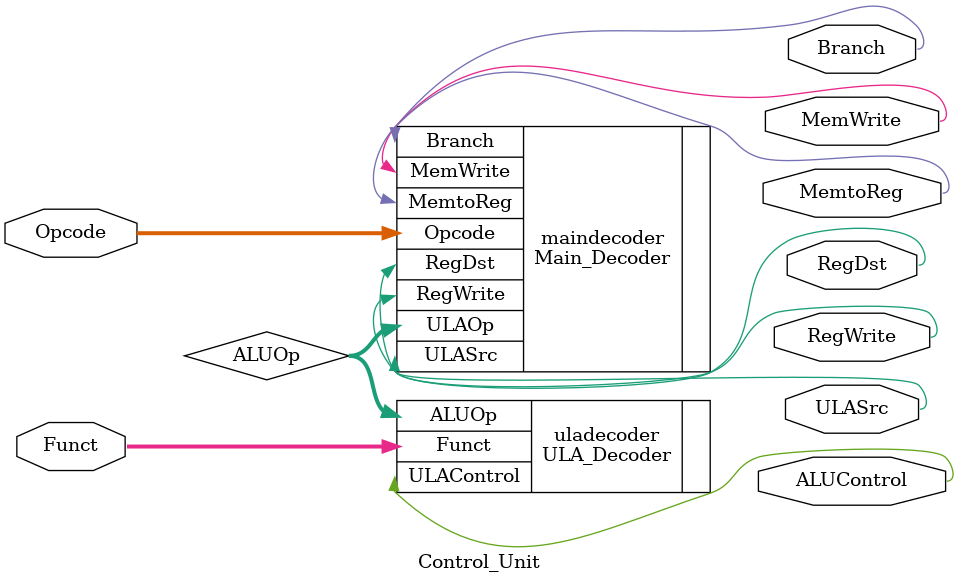
<source format=v>
module Control_Unit (
  input [5:0] Opcode,
  input [5:0] Funct,
  output MemtoReg,
  output MemWrite,
  output Branch,
  output ULASrc,
  output RegDst,
  output RegWrite,
  output ALUControl
);

wire [1:0] ALUOp;
  
Main_Decoder maindecoder (
  .Opcode(Opcode),
  .ULAOp(ALUOp),
  .MemtoReg(MemtoReg),
  .MemWrite(MemWrite),
  .Branch(Branch),
  .ULASrc(ULASrc),
  .RegDst(RegDst),
  .RegWrite(RegWrite)
);

ULA_Decoder uladecoder (
  .Funct(Funct),
  .ALUOp(ALUOp),
  .ULAControl(ALUControl)
);

endmodule

</source>
